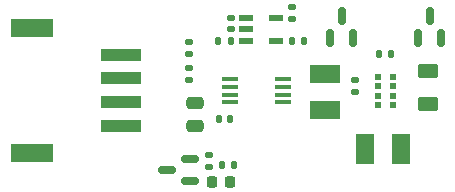
<source format=gbr>
%TF.GenerationSoftware,KiCad,Pcbnew,(6.0.0)*%
%TF.CreationDate,2022-11-23T19:14:59+00:00*%
%TF.ProjectId,Grove-Spectra,47726f76-652d-4537-9065-637472612e6b,A*%
%TF.SameCoordinates,Original*%
%TF.FileFunction,Paste,Top*%
%TF.FilePolarity,Positive*%
%FSLAX46Y46*%
G04 Gerber Fmt 4.6, Leading zero omitted, Abs format (unit mm)*
G04 Created by KiCad (PCBNEW (6.0.0)) date 2022-11-23 19:14:59*
%MOMM*%
%LPD*%
G01*
G04 APERTURE LIST*
G04 Aperture macros list*
%AMRoundRect*
0 Rectangle with rounded corners*
0 $1 Rounding radius*
0 $2 $3 $4 $5 $6 $7 $8 $9 X,Y pos of 4 corners*
0 Add a 4 corners polygon primitive as box body*
4,1,4,$2,$3,$4,$5,$6,$7,$8,$9,$2,$3,0*
0 Add four circle primitives for the rounded corners*
1,1,$1+$1,$2,$3*
1,1,$1+$1,$4,$5*
1,1,$1+$1,$6,$7*
1,1,$1+$1,$8,$9*
0 Add four rect primitives between the rounded corners*
20,1,$1+$1,$2,$3,$4,$5,0*
20,1,$1+$1,$4,$5,$6,$7,0*
20,1,$1+$1,$6,$7,$8,$9,0*
20,1,$1+$1,$8,$9,$2,$3,0*%
G04 Aperture macros list end*
%ADD10RoundRect,0.135000X-0.135000X-0.185000X0.135000X-0.185000X0.135000X0.185000X-0.135000X0.185000X0*%
%ADD11R,0.575000X0.488000*%
%ADD12RoundRect,0.140000X0.170000X-0.140000X0.170000X0.140000X-0.170000X0.140000X-0.170000X-0.140000X0*%
%ADD13RoundRect,0.135000X0.185000X-0.135000X0.185000X0.135000X-0.185000X0.135000X-0.185000X-0.135000X0*%
%ADD14RoundRect,0.150000X0.150000X-0.587500X0.150000X0.587500X-0.150000X0.587500X-0.150000X-0.587500X0*%
%ADD15R,3.400000X1.000000*%
%ADD16R,3.600000X1.500000*%
%ADD17RoundRect,0.250000X0.625000X-0.375000X0.625000X0.375000X-0.625000X0.375000X-0.625000X-0.375000X0*%
%ADD18RoundRect,0.140000X-0.170000X0.140000X-0.170000X-0.140000X0.170000X-0.140000X0.170000X0.140000X0*%
%ADD19R,1.500000X2.600000*%
%ADD20RoundRect,0.135000X0.135000X0.185000X-0.135000X0.185000X-0.135000X-0.185000X0.135000X-0.185000X0*%
%ADD21RoundRect,0.140000X0.140000X0.170000X-0.140000X0.170000X-0.140000X-0.170000X0.140000X-0.170000X0*%
%ADD22RoundRect,0.135000X-0.185000X0.135000X-0.185000X-0.135000X0.185000X-0.135000X0.185000X0.135000X0*%
%ADD23RoundRect,0.140000X-0.140000X-0.170000X0.140000X-0.170000X0.140000X0.170000X-0.140000X0.170000X0*%
%ADD24R,1.425000X0.450000*%
%ADD25RoundRect,0.250000X-0.475000X0.250000X-0.475000X-0.250000X0.475000X-0.250000X0.475000X0.250000X0*%
%ADD26RoundRect,0.218750X0.218750X0.256250X-0.218750X0.256250X-0.218750X-0.256250X0.218750X-0.256250X0*%
%ADD27R,1.150000X0.600000*%
%ADD28RoundRect,0.150000X0.587500X0.150000X-0.587500X0.150000X-0.587500X-0.150000X0.587500X-0.150000X0*%
%ADD29R,2.600000X1.500000*%
G04 APERTURE END LIST*
D10*
%TO.C,R1*%
X138680000Y-84400000D03*
X139700000Y-84400000D03*
%TD*%
D11*
%TO.C,IC2*%
X152162000Y-87400000D03*
X152162000Y-88200000D03*
X152162000Y-89000000D03*
X152162000Y-89800000D03*
X153438000Y-89800000D03*
X153438000Y-89000000D03*
X153438000Y-88200000D03*
X153438000Y-87400000D03*
%TD*%
D12*
%TO.C,C2*%
X144900000Y-82480000D03*
X144900000Y-81520000D03*
%TD*%
D13*
%TO.C,R2*%
X136200000Y-87710000D03*
X136200000Y-86690000D03*
%TD*%
D10*
%TO.C,R4*%
X152290000Y-85500000D03*
X153310000Y-85500000D03*
%TD*%
D14*
%TO.C,Q2*%
X148150000Y-84137500D03*
X150050000Y-84137500D03*
X149100000Y-82262500D03*
%TD*%
D15*
%TO.C,J1*%
X130400000Y-85550000D03*
X130400000Y-87550000D03*
X130400000Y-89550000D03*
X130400000Y-91550000D03*
D16*
X122900000Y-83250000D03*
X122900000Y-93850000D03*
%TD*%
D17*
%TO.C,D1*%
X156400000Y-89700000D03*
X156400000Y-86900000D03*
%TD*%
D18*
%TO.C,C4*%
X150200000Y-87720000D03*
X150200000Y-88680000D03*
%TD*%
D19*
%TO.C,D3*%
X154100000Y-93500000D03*
X151100000Y-93500000D03*
%TD*%
D20*
%TO.C,R5*%
X140010000Y-94900000D03*
X138990000Y-94900000D03*
%TD*%
D21*
%TO.C,C3*%
X139680000Y-91000000D03*
X138720000Y-91000000D03*
%TD*%
D22*
%TO.C,R6*%
X137900000Y-93990000D03*
X137900000Y-95010000D03*
%TD*%
D18*
%TO.C,C1*%
X139700000Y-82420000D03*
X139700000Y-83380000D03*
%TD*%
D23*
%TO.C,C6*%
X144920000Y-84400000D03*
X145880000Y-84400000D03*
%TD*%
D24*
%TO.C,IC1*%
X144112000Y-89575000D03*
X144112000Y-88925000D03*
X144112000Y-88275000D03*
X144112000Y-87625000D03*
X139688000Y-87625000D03*
X139688000Y-88275000D03*
X139688000Y-88925000D03*
X139688000Y-89575000D03*
%TD*%
D25*
%TO.C,C5*%
X136700000Y-89650000D03*
X136700000Y-91550000D03*
%TD*%
D26*
%TO.C,D4*%
X139687500Y-96300000D03*
X138112500Y-96300000D03*
%TD*%
D27*
%TO.C,IC3*%
X141050000Y-82450000D03*
X141050000Y-83400000D03*
X141050000Y-84350000D03*
X143550000Y-84350000D03*
X143550000Y-82450000D03*
%TD*%
D14*
%TO.C,Q1*%
X155600000Y-84137500D03*
X157500000Y-84137500D03*
X156550000Y-82262500D03*
%TD*%
D22*
%TO.C,R3*%
X136200000Y-84500000D03*
X136200000Y-85520000D03*
%TD*%
D28*
%TO.C,Q3*%
X136237500Y-96250000D03*
X136237500Y-94350000D03*
X134362500Y-95300000D03*
%TD*%
D29*
%TO.C,D2*%
X147700000Y-90200000D03*
X147700000Y-87200000D03*
%TD*%
M02*

</source>
